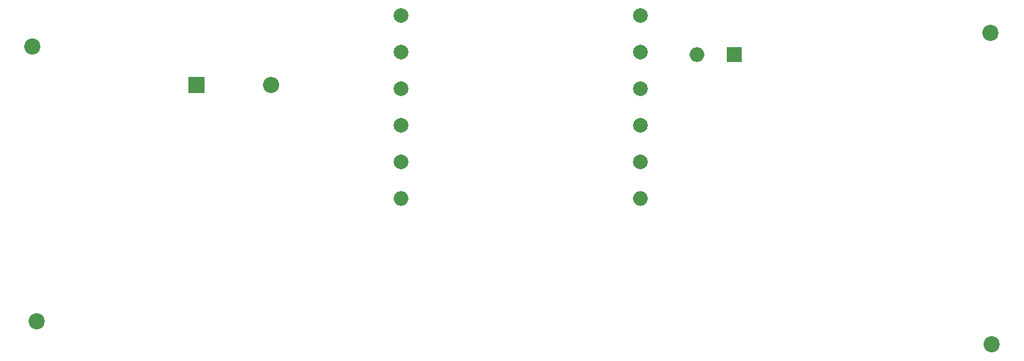
<source format=gbr>
%TF.GenerationSoftware,KiCad,Pcbnew,(6.0.10)*%
%TF.CreationDate,2023-06-11T22:06:00+03:00*%
%TF.ProjectId,flyback,666c7962-6163-46b2-9e6b-696361645f70,rev?*%
%TF.SameCoordinates,Original*%
%TF.FileFunction,Soldermask,Bot*%
%TF.FilePolarity,Negative*%
%FSLAX46Y46*%
G04 Gerber Fmt 4.6, Leading zero omitted, Abs format (unit mm)*
G04 Created by KiCad (PCBNEW (6.0.10)) date 2023-06-11 22:06:00*
%MOMM*%
%LPD*%
G01*
G04 APERTURE LIST*
%ADD10O,2.000000X2.000000*%
%ADD11C,2.000000*%
%ADD12C,2.200000*%
%ADD13R,2.200000X2.200000*%
%ADD14O,2.200000X2.200000*%
%ADD15R,2.000000X2.000000*%
G04 APERTURE END LIST*
D10*
%TO.C,T1*%
X188229800Y-96186000D03*
D11*
X188229800Y-91186000D03*
X188229800Y-86186000D03*
X188229800Y-81186000D03*
X188229800Y-76186000D03*
X188229800Y-71186000D03*
X155629800Y-71186000D03*
X155629800Y-76186000D03*
X155629800Y-81186000D03*
X155629800Y-86186000D03*
X155629800Y-91186000D03*
D10*
X155629800Y-96186000D03*
%TD*%
D12*
%TO.C,H2*%
X105435400Y-75412600D03*
%TD*%
%TO.C,H3*%
X235864400Y-73558400D03*
%TD*%
%TO.C,H4*%
X236016800Y-116052600D03*
%TD*%
D13*
%TO.C,D1*%
X127733000Y-80626000D03*
D14*
X137893000Y-80626000D03*
%TD*%
D12*
%TO.C,H1*%
X106019600Y-112928400D03*
%TD*%
D15*
%TO.C,D2*%
X201041000Y-76510000D03*
D10*
X195961000Y-76510000D03*
%TD*%
M02*

</source>
